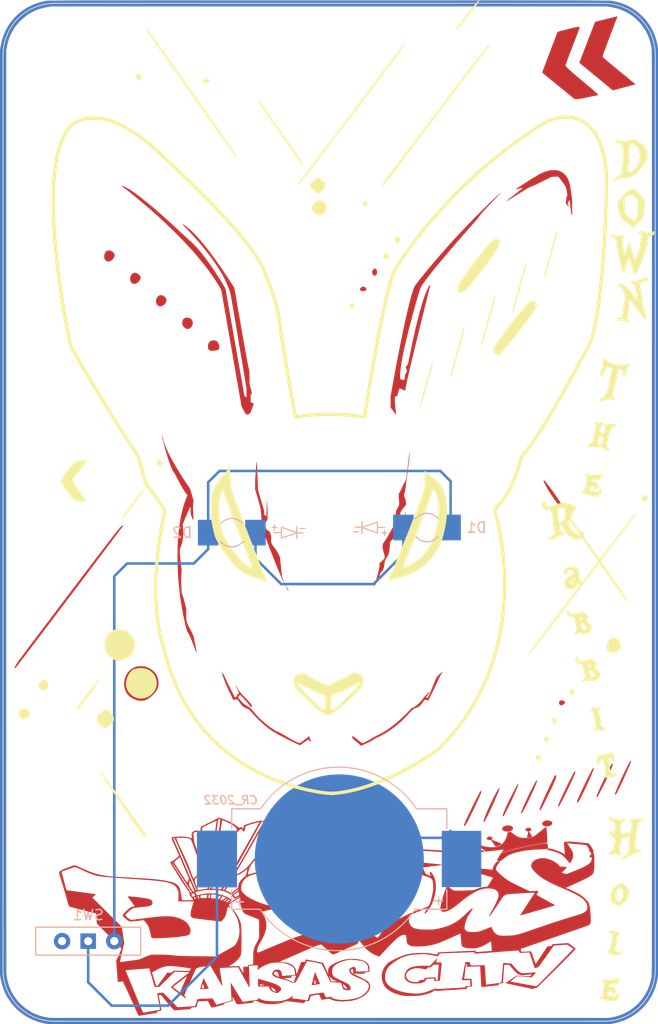
<source format=kicad_pcb>
(kicad_pcb (version 20240108) (generator "pcbnew") (generator_version "8.0")
  (layers (0 "F.Cu" signal) (31 "B.Cu" signal) (34 "B.Paste" user) (35 "F.Paste" user) (36 "B.SilkS" user "B.Silkscreen") (37 "F.SilkS" user "F.Silkscreen") (38 "B.Mask" user) (39 "F.Mask" user) (44 "Edge.Cuts" user))
  (net 0 "")
  (net 1 "Net-(BT1-+)")
  (net 2 "GND")
  (net 3 "Net-(D1-A)")
  (footprint "LOGO" (layer "F.Cu") (at 88.5 103.5)
    (property "Reference" "G***" (hide yes))
    (property "Value" "LOGO" (hide yes))
  )
  (footprint "LOGO" (layer "F.Cu") (at 88.5 103.5)
    (property "Reference" "G***" (hide yes))
    (property "Value" "LOGO" (hide yes))
  )
  (footprint "LOGO" (layer "F.Cu") (at 88.5 103.5)
    (property "Reference" "G***" (hide yes))
    (property "Value" "LOGO" (hide yes))
  )
  (footprint "LOGO" (layer "F.Cu") (at 88.5 103.5)
    (property "Reference" "G***" (hide yes))
    (property "Value" "LOGO" (hide yes))
  )
  (footprint "LOGO" (layer "F.Cu") (at 88.5 103.5)
    (property "Reference" "G***" (hide yes))
    (property "Value" "LOGO" (hide yes))
  )
  (footprint "LOGO" (layer "B.Cu") (at 65.4141 101.966404 180)
    (property "Reference" "G***" (hide yes))
    (property "Value" "LOGO" (hide yes))
  )
  (footprint "_BadgePirates:LED_Osram_Lx_P47F_D2mm_ReverseMount_Proper_Mask Only" (layer "B.Cu") (at 99.7 105)
    (property "Reference" "D1")
    (property "Value" "LED")
  )
  (footprint "Button_Switch_THT:SW_Slide-03_Wuerth-WS-SLTV_10x2.5x6.4_P2.54mm" (layer "B.Cu") (at 66.717457 145.228002 180)
    (property "Reference" "SW1")
    (property "Value" "SW_SPST")
  )
  (footprint "LOGO" (layer "B.Cu") (at 65.4141 101.966404 180)
    (property "Reference" "G***" (hide yes))
    (property "Value" "LOGO" (hide yes))
  )
  (footprint "_BadgePirates:LED_Osram_Lx_P47F_D2mm_ReverseMount_Proper_Mask Only" (layer "B.Cu") (at 80.7 105.5 180)
    (property "Reference" "D2")
    (property "Value" "LED")
  )
  (footprint "_BadgePirates:BatteryHolder_MPD_BC2003_1x2032_Fixed" (layer "B.Cu") (at 91.160705 137.240877 180)
    (property "Reference" "BT1" (hide yes))
    (property "Value" "Battery_Cell")
  )
  (gr_line (start 121.8227 149.0184) (end 121.6996 149.4996) (stroke (width 0.1)) (layer "Edge.Cuts"))
  (gr_line (start 120.1035 55.16067) (end 120.4591 55.48377) (stroke (width 0.1)) (layer "Edge.Cuts"))
  (gr_line (start 60.2449 151.8767) (end 59.8893 151.5536) (stroke (width 0.1)) (layer "Edge.Cuts"))
  (gr_line (start 59.2781 150.8123) (end 59.0275 150.399) (stroke (width 0.1)) (layer "Edge.Cuts"))
  (gr_line (start 121.0703 150.8123) (end 120.7823 151.198) (stroke (width 0.1)) (layer "Edge.Cuts"))
  (gr_line (start 62.9233 54.044487) (end 63.4373 54.0187) (stroke (width 0.1)) (layer "Edge.Cuts"))
  (gr_line (start 63.4373 153.0187) (end 62.9233 152.9929) (stroke (width 0.1)) (layer "Edge.Cuts"))
  (gr_line (start 58.817 149.9606) (end 58.6489 149.4996) (stroke (width 0.1)) (layer "Edge.Cuts"))
  (gr_line (start 120.4591 151.5536) (end 120.1035 151.8767) (stroke (width 0.1)) (layer "Edge.Cuts"))
  (gr_line (start 120.1035 151.8767) (end 119.7178 152.1648) (stroke (width 0.1)) (layer "Edge.Cuts"))
  (gr_line (start 61.9434 54.243341) (end 62.4245 54.120195) (stroke (width 0.1)) (layer "Edge.Cuts"))
  (gr_line (start 121.3209 56.63844) (end 121.5315 57.07683) (stroke (width 0.1)) (layer "Edge.Cuts"))
  (gr_line (start 61.044 54.62202) (end 61.4824 54.411443) (stroke (width 0.1)) (layer "Edge.Cuts"))
  (gr_line (start 121.8227 58.019) (end 121.8984 58.5178) (stroke (width 0.1)) (layer "Edge.Cuts"))
  (gr_line (start 60.6307 152.1648) (end 60.2449 151.8767) (stroke (width 0.1)) (layer "Edge.Cuts"))
  (gr_line (start 121.0703 56.22514) (end 121.3209 56.63844) (stroke (width 0.1)) (layer "Edge.Cuts"))
  (gr_line (start 61.9434 152.7941) (end 61.4824 152.626) (stroke (width 0.1)) (layer "Edge.Cuts"))
  (gr_line (start 58.4242 148.0056) (end 58.4242 59.03178) (stroke (width 0.1)) (layer "Edge.Cuts"))
  (gr_line (start 58.6489 149.4996) (end 58.5257 149.0184) (stroke (width 0.1)) (layer "Edge.Cuts"))
  (gr_line (start 117.4251 54.044487) (end 117.9239 54.120195) (stroke (width 0.1)) (layer "Edge.Cuts"))
  (gr_line (start 59.2781 56.22514) (end 59.5662 55.83942) (stroke (width 0.1)) (layer "Edge.Cuts"))
  (gr_line (start 118.8661 54.411443) (end 119.3045 54.62202) (stroke (width 0.1)) (layer "Edge.Cuts"))
  (gr_line (start 63.4373 54.0187) (end 63.4373 54.0187) (stroke (width 0.1)) (layer "Edge.Cuts"))
  (gr_line (start 59.0275 56.63844) (end 59.2781 56.22514) (stroke (width 0.1)) (layer "Edge.Cuts"))
  (gr_line (start 118.4051 152.7941) (end 117.9239 152.9172) (stroke (width 0.1)) (layer "Edge.Cuts"))
  (gr_line (start 119.3045 54.62202) (end 119.7178 54.87259) (stroke (width 0.1)) (layer "Edge.Cuts"))
  (gr_line (start 120.7823 55.83942) (end 121.0703 56.22514) (stroke (width 0.1)) (layer "Edge.Cuts"))
  (gr_line (start 59.8893 151.5536) (end 59.5662 151.198) (stroke (width 0.1)) (layer "Edge.Cuts"))
  (gr_line (start 121.5315 149.9606) (end 121.3209 150.399) (stroke (width 0.1)) (layer "Edge.Cuts"))
  (gr_line (start 62.9233 152.9929) (end 62.4245 152.9172) (stroke (width 0.1)) (layer "Edge.Cuts"))
  (gr_line (start 61.4824 54.411443) (end 61.9434 54.243341) (stroke (width 0.1)) (layer "Edge.Cuts"))
  (gr_line (start 117.9239 152.9172) (end 117.4251 152.9929) (stroke (width 0.1)) (layer "Edge.Cuts"))
  (gr_line (start 63.4373 54.0187) (end 116.9111 54.0187) (stroke (width 0.1)) (layer "Edge.Cuts"))
  (gr_line (start 59.0275 150.399) (end 58.817 149.9606) (stroke (width 0.1)) (layer "Edge.Cuts"))
  (gr_line (start 117.4251 152.9929) (end 116.9111 153.0187) (stroke (width 0.1)) (layer "Edge.Cuts"))
  (gr_line (start 58.4242 59.03178) (end 58.45 58.5178) (stroke (width 0.1)) (layer "Edge.Cuts"))
  (gr_line (start 121.3209 150.399) (end 121.0703 150.8123) (stroke (width 0.1)) (layer "Edge.Cuts"))
  (gr_line (start 61.4824 152.626) (end 61.044 152.4154) (stroke (width 0.1)) (layer "Edge.Cuts"))
  (gr_line (start 120.4591 55.48377) (end 120.7823 55.83942) (stroke (width 0.1)) (layer "Edge.Cuts"))
  (gr_line (start 121.9242 59.03178) (end 121.9242 148.0056) (stroke (width 0.1)) (layer "Edge.Cuts"))
  (gr_line (start 60.6307 54.87259) (end 61.044 54.62202) (stroke (width 0.1)) (layer "Edge.Cuts"))
  (gr_line (start 121.6996 57.53785) (end 121.8227 58.019) (stroke (width 0.1)) (layer "Edge.Cuts"))
  (gr_line (start 119.7178 54.87259) (end 120.1035 55.16067) (stroke (width 0.1)) (layer "Edge.Cuts"))
  (gr_line (start 58.5257 149.0184) (end 58.45 148.5196) (stroke (width 0.1)) (layer "Edge.Cuts"))
  (gr_line (start 59.8893 55.48377) (end 60.2449 55.16067) (stroke (width 0.1)) (layer "Edge.Cuts"))
  (gr_line (start 60.2449 55.16067) (end 60.6307 54.87259) (stroke (width 0.1)) (layer "Edge.Cuts"))
  (gr_line (start 58.5257 58.019) (end 58.6489 57.53785) (stroke (width 0.1)) (layer "Edge.Cuts"))
  (gr_line (start 119.7178 152.1648) (end 119.3045 152.4154) (stroke (width 0.1)) (layer "Edge.Cuts"))
  (gr_line (start 117.9239 54.120195) (end 118.4051 54.243341) (stroke (width 0.1)) (layer "Edge.Cuts"))
  (gr_line (start 58.6489 57.53785) (end 58.817 57.07683) (stroke (width 0.1)) (layer "Edge.Cuts"))
  (gr_line (start 118.8661 152.626) (end 118.4051 152.7941) (stroke (width 0.1)) (layer "Edge.Cuts"))
  (gr_line (start 61.044 152.4154) (end 60.6307 152.1648) (stroke (width 0.1)) (layer "Edge.Cuts"))
  (gr_line (start 121.9242 148.0056) (end 121.8984 148.5196) (stroke (width 0.1)) (layer "Edge.Cuts"))
  (gr_line (start 119.3045 152.4154) (end 118.8661 152.626) (stroke (width 0.1)) (layer "Edge.Cuts"))
  (gr_line (start 59.5662 55.83942) (end 59.8893 55.48377) (stroke (width 0.1)) (layer "Edge.Cuts"))
  (gr_line (start 120.7823 151.198) (end 120.4591 151.5536) (stroke (width 0.1)) (layer "Edge.Cuts"))
  (gr_line (start 121.8984 58.5178) (end 121.9242 59.03178) (stroke (width 0.1)) (layer "Edge.Cuts"))
  (gr_line (start 121.8984 148.5196) (end 121.8227 149.0184) (stroke (width 0.1)) (layer "Edge.Cuts"))
  (gr_line (start 62.4245 152.9172) (end 61.9434 152.7941) (stroke (width 0.1)) (layer "Edge.Cuts"))
  (gr_line (start 58.45 148.5196) (end 58.4242 148.0056) (stroke (width 0.1)) (layer "Edge.Cuts"))
  (gr_line (start 59.5662 151.198) (end 59.2781 150.8123) (stroke (width 0.1)) (layer "Edge.Cuts"))
  (gr_line (start 58.817 57.07683) (end 59.0275 56.63844) (stroke (width 0.1)) (layer "Edge.Cuts"))
  (gr_line (start 62.4245 54.120195) (end 62.9233 54.044487) (stroke (width 0.1)) (layer "Edge.Cuts"))
  (gr_line (start 58.45 58.5178) (end 58.5257 58.019) (stroke (width 0.1)) (layer "Edge.Cuts"))
  (gr_line (start 116.9111 153.0187) (end 63.4373 153.0187) (stroke (width 0.1)) (layer "Edge.Cuts"))
  (gr_line (start 63.4373 54.0187) (end 63.4373 54.0187) (stroke (width 0.1)) (layer "Edge.Cuts"))
  (gr_line (start 121.5315 57.07683) (end 121.6996 57.53785) (stroke (width 0.1)) (layer "Edge.Cuts"))
  (gr_line (start 118.4051 54.243341) (end 118.8661 54.411443) (stroke (width 0.1)) (layer "Edge.Cuts"))
  (gr_line (start 116.9111 54.0187) (end 117.4251 54.044487) (stroke (width 0.1)) (layer "Edge.Cuts"))
  (gr_line (start 121.6996 149.4996) (end 121.5315 149.9606) (stroke (width 0.1)) (layer "Edge.Cuts"))
  (segment (start 69 151.5) (end 66.717457 149.217457) (width 0.25) (layer "B.Cu") (net 1))
  (segment (start 101.320053 135.179947) (end 97.725929 135.179947) (width 0.25) (layer "B.Cu") (net 1))
  (segment (start 74.5 151.5) (end 69 151.5) (width 0.25) (layer "B.Cu") (net 1))
  (segment (start 66.717457 149.217457) (end 66.717457 145.228002) (width 0.25) (layer "B.Cu") (net 1))
  (segment (start 102 134.5) (end 101.320053 135.179947) (width 0.25) (layer "B.Cu") (net 1))
  (segment (start 79.255705 137.240877) (end 79.255705 146.744295) (width 0.25) (layer "B.Cu") (net 1))
  (segment (start 79.255705 146.744295) (end 74.5 151.5) (width 0.25) (layer "B.Cu") (net 1))
  (segment (start 94.5 110.5) (end 85.5 110.5) (width 0.25) (layer "B.Cu") (net 2))
  (segment (start 97.4 105) (end 97.4 107.6) (width 0.25) (layer "B.Cu") (net 2))
  (segment (start 85.5 110.5) (end 83 108) (width 0.25) (layer "B.Cu") (net 2))
  (segment (start 83 108) (end 83 105.5) (width 0.25) (layer "B.Cu") (net 2))
  (segment (start 97.4 107.6) (end 94.5 110.5) (width 0.25) (layer "B.Cu") (net 2))
  (segment (start 78.4 107.1) (end 77 108.5) (width 0.25) (layer "B.Cu") (net 3))
  (segment (start 70.5 108.5) (end 69.257457 109.742543) (width 0.25) (layer "B.Cu") (net 3))
  (segment (start 78.4 105.5) (end 78.4 107.1) (width 0.25) (layer "B.Cu") (net 3))
  (segment (start 77 108.5) (end 70.5 108.5) (width 0.25) (layer "B.Cu") (net 3))
  (segment (start 69.257457 109.742543) (end 69.257457 145.228002) (width 0.25) (layer "B.Cu") (net 3))
  (segment (start 101 99.5) (end 102 100.5) (width 0.25) (layer "B.Cu") (net 3))
  (segment (start 102 100.5) (end 102 105) (width 0.25) (layer "B.Cu") (net 3))
  (segment (start 79.5 99.5) (end 101 99.5) (width 0.25) (layer "B.Cu") (net 3))
  (segment (start 78.4 100.6) (end 79.5 99.5) (width 0.25) (layer "B.Cu") (net 3))
  (segment (start 78.4 105.5) (end 78.4 100.6) (width 0.25) (layer "B.Cu") (net 3))
)
</source>
